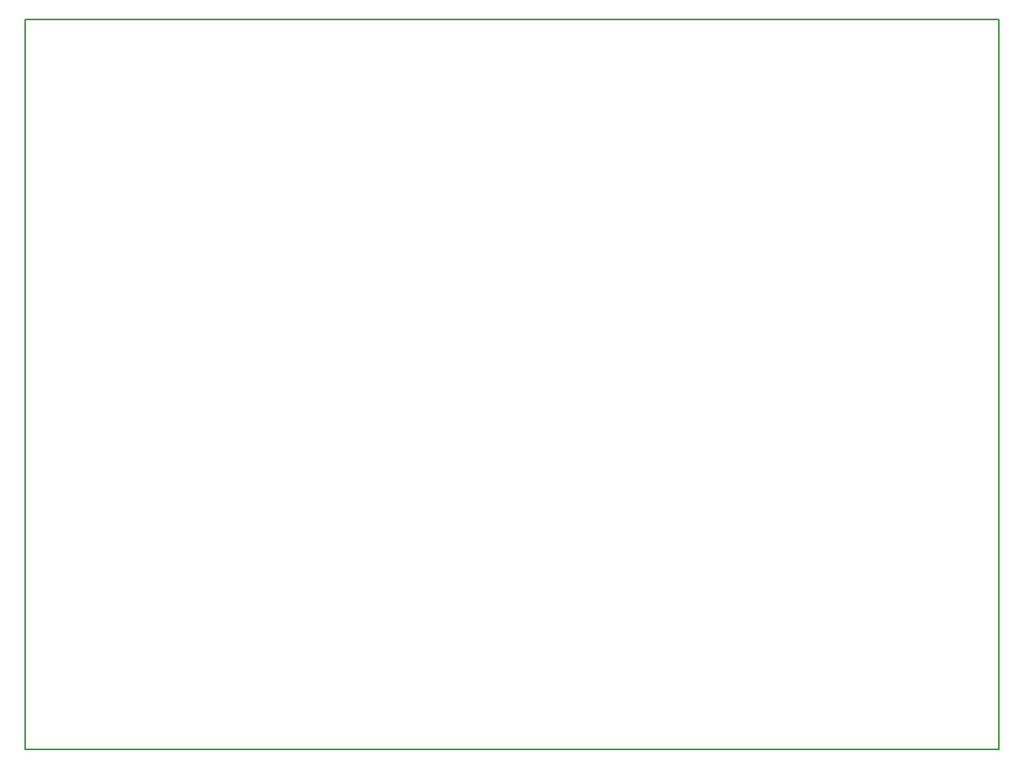
<source format=gbr>
G04 #@! TF.FileFunction,Profile,NP*
%FSLAX46Y46*%
G04 Gerber Fmt 4.6, Leading zero omitted, Abs format (unit mm)*
G04 Created by KiCad (PCBNEW 4.0.7) date Monday, July 23, 2018 'PMt' 01:55:31 PM*
%MOMM*%
%LPD*%
G01*
G04 APERTURE LIST*
%ADD10C,0.100000*%
%ADD11C,0.150000*%
G04 APERTURE END LIST*
D10*
D11*
X200660000Y-149860000D02*
X200660000Y-73660000D01*
X99060000Y-149860000D02*
X200660000Y-149860000D01*
X99060000Y-73660000D02*
X99060000Y-149860000D01*
X200660000Y-73660000D02*
X99060000Y-73660000D01*
M02*

</source>
